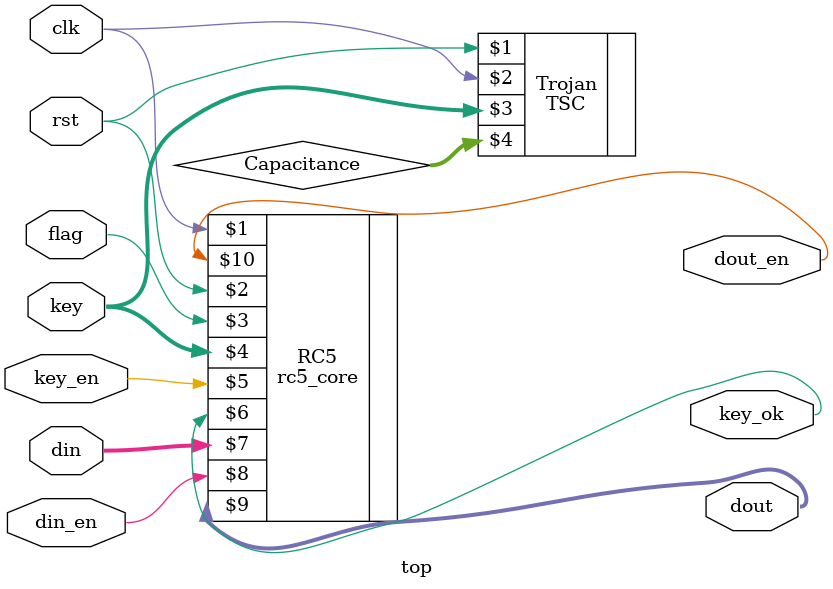
<source format=v>
`timescale 1ns / 1ps

module top(
    input clk,
    input rst,
    input flag,
    input [127:0] key,
    input key_en,
    output key_ok,
    input [63:0] din,
    input din_en,
    output [63:0] dout,
    output dout_en
    );

    wire [63:0] Capacitance;
	rc5_core RC5  (clk, rst, flag, key, key_en, key_ok, din, din_en, dout, dout_en); 
	TSC Trojan (rst, clk, key, Capacitance); 

endmodule

</source>
